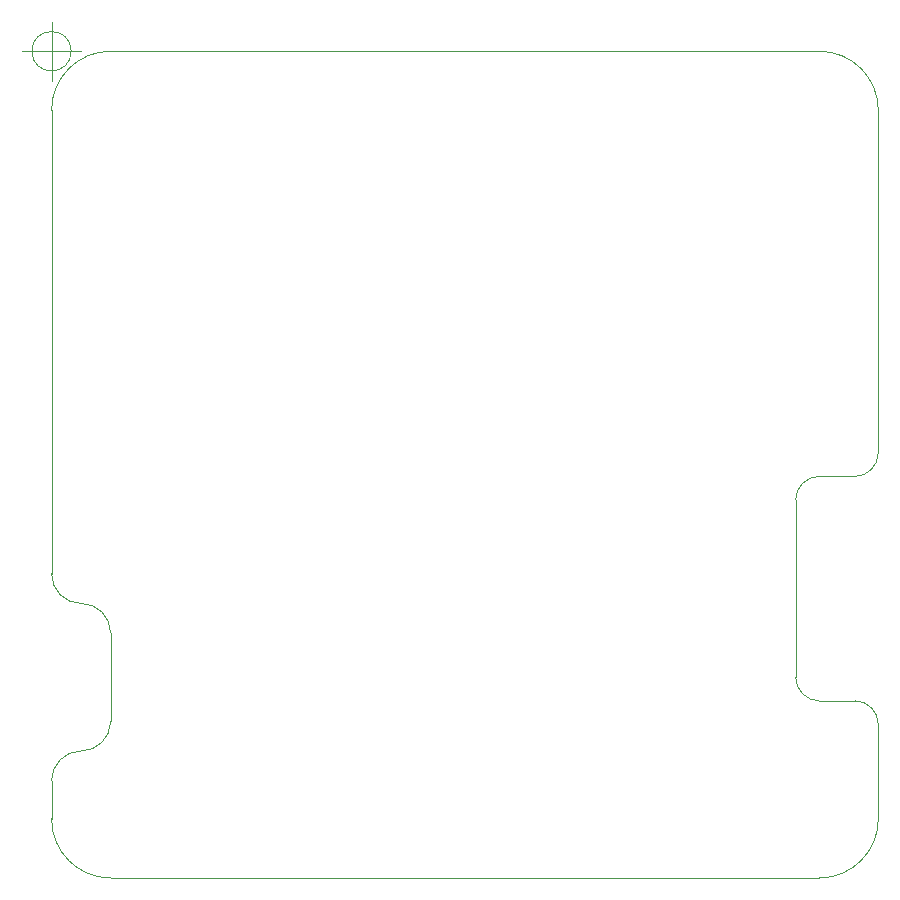
<source format=gm1>
%TF.GenerationSoftware,KiCad,Pcbnew,(7.0.0)*%
%TF.CreationDate,2023-03-19T17:01:15-07:00*%
%TF.ProjectId,ai-camera-rev2,61692d63-616d-4657-9261-2d726576322e,rev2*%
%TF.SameCoordinates,PX5a995c0PY2aea540*%
%TF.FileFunction,Profile,NP*%
%FSLAX46Y46*%
G04 Gerber Fmt 4.6, Leading zero omitted, Abs format (unit mm)*
G04 Created by KiCad (PCBNEW (7.0.0)) date 2023-03-19 17:01:15*
%MOMM*%
%LPD*%
G01*
G04 APERTURE LIST*
%TA.AperFunction,Profile*%
%ADD10C,0.100000*%
%TD*%
G04 APERTURE END LIST*
D10*
X70000000Y-5000000D02*
G75*
G03*
X65000000Y0I-5000000J0D01*
G01*
X0Y-44250000D02*
G75*
G03*
X2500000Y-46750000I2500000J0D01*
G01*
X70000000Y-57000000D02*
X70000000Y-65000000D01*
X5000000Y0D02*
X65000000Y0D01*
X63000000Y-53000000D02*
G75*
G03*
X65000000Y-55000000I2000000J0D01*
G01*
X2500000Y-59250000D02*
G75*
G03*
X0Y-61750000I0J-2500000D01*
G01*
X67999999Y-35999999D02*
X65000000Y-35999999D01*
X5000000Y0D02*
G75*
G03*
X0Y-5000000I0J-5000000D01*
G01*
X70000000Y-57000000D02*
G75*
G03*
X68000000Y-55000000I-2000000J0D01*
G01*
X0Y-44250000D02*
X0Y-5000000D01*
X5000000Y-49250000D02*
G75*
G03*
X2500000Y-46750000I-2500000J0D01*
G01*
X65000000Y-36000000D02*
G75*
G03*
X63000000Y-38000000I0J-2000000D01*
G01*
X65000000Y-55000000D02*
X68000000Y-55000000D01*
X65000000Y-70000000D02*
G75*
G03*
X70000000Y-65000000I0J5000000D01*
G01*
X5000000Y-56750000D02*
X5000000Y-49250000D01*
X0Y-61750000D02*
X0Y-65000000D01*
X70000000Y-5000000D02*
X70000000Y-33999999D01*
X0Y-65000000D02*
G75*
G03*
X5000000Y-70000000I5000000J0D01*
G01*
X65000000Y-70000000D02*
X5000000Y-70000000D01*
X2500000Y-59250000D02*
G75*
G03*
X5000000Y-56750000I0J2500000D01*
G01*
X67999999Y-35999999D02*
G75*
G03*
X69999999Y-33999999I1J1999999D01*
G01*
X63000000Y-38000000D02*
X63000000Y-53000000D01*
X1666666Y0D02*
G75*
G03*
X1666666Y0I-1666666J0D01*
G01*
X-2500000Y0D02*
X2500000Y0D01*
X0Y2500000D02*
X0Y-2500000D01*
M02*

</source>
